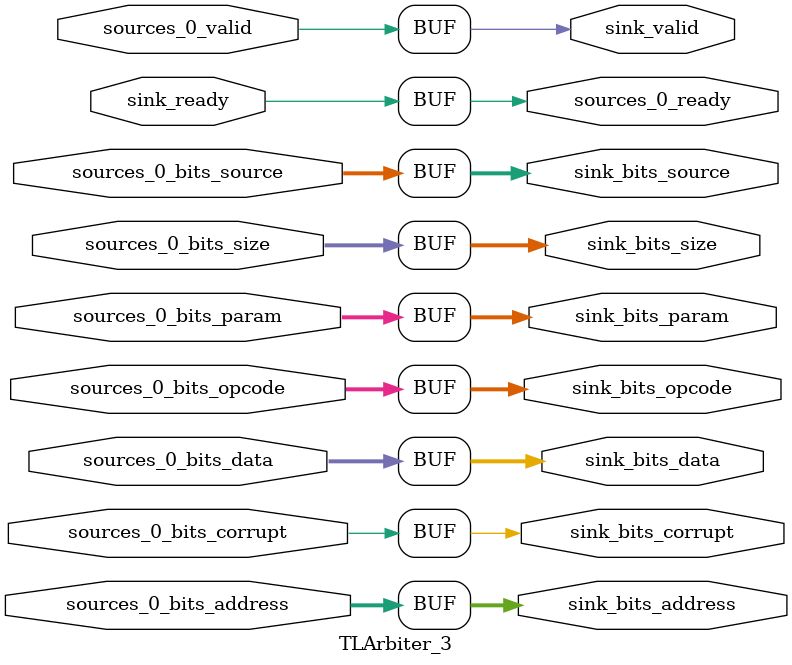
<source format=sv>
`ifndef RANDOMIZE
  `ifdef RANDOMIZE_REG_INIT
    `define RANDOMIZE
  `endif // RANDOMIZE_REG_INIT
`endif // not def RANDOMIZE

`ifndef RANDOM
  `define RANDOM $random
`endif // not def RANDOM

// Users can define 'ASSERT_VERBOSE_COND' to add an extra gate to assert error printing.
`ifndef ASSERT_VERBOSE_COND_
  `ifdef ASSERT_VERBOSE_COND
    `define ASSERT_VERBOSE_COND_ (`ASSERT_VERBOSE_COND)
  `else  // ASSERT_VERBOSE_COND
    `define ASSERT_VERBOSE_COND_ 1
  `endif // ASSERT_VERBOSE_COND
`endif // not def ASSERT_VERBOSE_COND_

// Users can define 'STOP_COND' to add an extra gate to stop conditions.
`ifndef STOP_COND_
  `ifdef STOP_COND
    `define STOP_COND_ (`STOP_COND)
  `else  // STOP_COND
    `define STOP_COND_ 1
  `endif // STOP_COND
`endif // not def STOP_COND_

// Users can define INIT_RANDOM as general code that gets injected into the
// initializer block for modules with registers.
`ifndef INIT_RANDOM
  `define INIT_RANDOM
`endif // not def INIT_RANDOM

// If using random initialization, you can also define RANDOMIZE_DELAY to
// customize the delay used, otherwise 0.002 is used.
`ifndef RANDOMIZE_DELAY
  `define RANDOMIZE_DELAY 0.002
`endif // not def RANDOMIZE_DELAY

// Define INIT_RANDOM_PROLOG_ for use in our modules below.
`ifndef INIT_RANDOM_PROLOG_
  `ifdef RANDOMIZE
    `ifdef VERILATOR
      `define INIT_RANDOM_PROLOG_ `INIT_RANDOM
    `else  // VERILATOR
      `define INIT_RANDOM_PROLOG_ `INIT_RANDOM #`RANDOMIZE_DELAY begin end
    `endif // VERILATOR
  `else  // RANDOMIZE
    `define INIT_RANDOM_PROLOG_
  `endif // RANDOMIZE
`endif // not def INIT_RANDOM_PROLOG_

module TLArbiter_3(
  input         sink_ready,	// tilelink/src/xbar/TLArbiter.scala:61:16
                sources_0_valid,	// tilelink/src/xbar/TLArbiter.scala:62:58
  input  [2:0]  sources_0_bits_opcode,	// tilelink/src/xbar/TLArbiter.scala:62:58
                sources_0_bits_param,	// tilelink/src/xbar/TLArbiter.scala:62:58
  input  [3:0]  sources_0_bits_size,	// tilelink/src/xbar/TLArbiter.scala:62:58
  input  [1:0]  sources_0_bits_source,	// tilelink/src/xbar/TLArbiter.scala:62:58
  input  [31:0] sources_0_bits_address,	// tilelink/src/xbar/TLArbiter.scala:62:58
  input  [63:0] sources_0_bits_data,	// tilelink/src/xbar/TLArbiter.scala:62:58
  input         sources_0_bits_corrupt,	// tilelink/src/xbar/TLArbiter.scala:62:58
  output        sink_valid,	// tilelink/src/xbar/TLArbiter.scala:61:16
  output [2:0]  sink_bits_opcode,	// tilelink/src/xbar/TLArbiter.scala:61:16
                sink_bits_param,	// tilelink/src/xbar/TLArbiter.scala:61:16
  output [3:0]  sink_bits_size,	// tilelink/src/xbar/TLArbiter.scala:61:16
  output [1:0]  sink_bits_source,	// tilelink/src/xbar/TLArbiter.scala:61:16
  output [31:0] sink_bits_address,	// tilelink/src/xbar/TLArbiter.scala:61:16
  output [63:0] sink_bits_data,	// tilelink/src/xbar/TLArbiter.scala:61:16
  output        sink_bits_corrupt,	// tilelink/src/xbar/TLArbiter.scala:61:16
                sources_0_ready	// tilelink/src/xbar/TLArbiter.scala:62:58
);

  assign sink_valid = sources_0_valid;
  assign sink_bits_opcode = sources_0_bits_opcode;
  assign sink_bits_param = sources_0_bits_param;
  assign sink_bits_size = sources_0_bits_size;
  assign sink_bits_source = sources_0_bits_source;
  assign sink_bits_address = sources_0_bits_address;
  assign sink_bits_data = sources_0_bits_data;
  assign sink_bits_corrupt = sources_0_bits_corrupt;
  assign sources_0_ready = sink_ready;
endmodule


</source>
